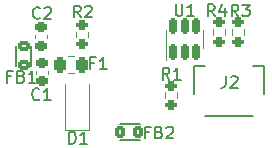
<source format=gbr>
%TF.GenerationSoftware,KiCad,Pcbnew,(6.0.2)*%
%TF.CreationDate,2022-03-19T16:05:13+01:00*%
%TF.ProjectId,daughterboard,64617567-6874-4657-9262-6f6172642e6b,1.0*%
%TF.SameCoordinates,Original*%
%TF.FileFunction,Legend,Top*%
%TF.FilePolarity,Positive*%
%FSLAX46Y46*%
G04 Gerber Fmt 4.6, Leading zero omitted, Abs format (unit mm)*
G04 Created by KiCad (PCBNEW (6.0.2)) date 2022-03-19 16:05:13*
%MOMM*%
%LPD*%
G01*
G04 APERTURE LIST*
G04 Aperture macros list*
%AMRoundRect*
0 Rectangle with rounded corners*
0 $1 Rounding radius*
0 $2 $3 $4 $5 $6 $7 $8 $9 X,Y pos of 4 corners*
0 Add a 4 corners polygon primitive as box body*
4,1,4,$2,$3,$4,$5,$6,$7,$8,$9,$2,$3,0*
0 Add four circle primitives for the rounded corners*
1,1,$1+$1,$2,$3*
1,1,$1+$1,$4,$5*
1,1,$1+$1,$6,$7*
1,1,$1+$1,$8,$9*
0 Add four rect primitives between the rounded corners*
20,1,$1+$1,$2,$3,$4,$5,0*
20,1,$1+$1,$4,$5,$6,$7,0*
20,1,$1+$1,$6,$7,$8,$9,0*
20,1,$1+$1,$8,$9,$2,$3,0*%
G04 Aperture macros list end*
%ADD10C,0.150000*%
%ADD11C,0.120000*%
%ADD12R,1.200000X1.800000*%
%ADD13R,0.600000X1.550000*%
%ADD14RoundRect,0.225000X0.250000X-0.225000X0.250000X0.225000X-0.250000X0.225000X-0.250000X-0.225000X0*%
%ADD15R,1.100000X1.100000*%
%ADD16RoundRect,0.170000X0.330000X-0.255000X0.330000X0.255000X-0.330000X0.255000X-0.330000X-0.255000X0*%
%ADD17RoundRect,0.150000X0.150000X-0.512500X0.150000X0.512500X-0.150000X0.512500X-0.150000X-0.512500X0*%
%ADD18RoundRect,0.170000X0.255000X0.330000X-0.255000X0.330000X-0.255000X-0.330000X0.255000X-0.330000X0*%
%ADD19RoundRect,0.200000X-0.275000X0.200000X-0.275000X-0.200000X0.275000X-0.200000X0.275000X0.200000X0*%
%ADD20RoundRect,0.243750X0.243750X0.456250X-0.243750X0.456250X-0.243750X-0.456250X0.243750X-0.456250X0*%
%ADD21C,4.400000*%
%ADD22RoundRect,0.225000X-0.250000X0.225000X-0.250000X-0.225000X0.250000X-0.225000X0.250000X0.225000X0*%
%ADD23RoundRect,0.200000X0.275000X-0.200000X0.275000X0.200000X-0.275000X0.200000X-0.275000X-0.200000X0*%
%ADD24C,0.520000*%
%ADD25O,1.100000X2.200000*%
G04 APERTURE END LIST*
D10*
%TO.C,J2*%
X110974666Y-57561380D02*
X110974666Y-58275666D01*
X110927047Y-58418523D01*
X110831809Y-58513761D01*
X110688952Y-58561380D01*
X110593714Y-58561380D01*
X111403238Y-57656619D02*
X111450857Y-57609000D01*
X111546095Y-57561380D01*
X111784190Y-57561380D01*
X111879428Y-57609000D01*
X111927047Y-57656619D01*
X111974666Y-57751857D01*
X111974666Y-57847095D01*
X111927047Y-57989952D01*
X111355619Y-58561380D01*
X111974666Y-58561380D01*
%TO.C,C2*%
X95235333Y-52623142D02*
X95187714Y-52670761D01*
X95044857Y-52718380D01*
X94949619Y-52718380D01*
X94806761Y-52670761D01*
X94711523Y-52575523D01*
X94663904Y-52480285D01*
X94616285Y-52289809D01*
X94616285Y-52146952D01*
X94663904Y-51956476D01*
X94711523Y-51861238D01*
X94806761Y-51766000D01*
X94949619Y-51718380D01*
X95044857Y-51718380D01*
X95187714Y-51766000D01*
X95235333Y-51813619D01*
X95616285Y-51813619D02*
X95663904Y-51766000D01*
X95759142Y-51718380D01*
X95997238Y-51718380D01*
X96092476Y-51766000D01*
X96140095Y-51813619D01*
X96187714Y-51908857D01*
X96187714Y-52004095D01*
X96140095Y-52146952D01*
X95568666Y-52718380D01*
X96187714Y-52718380D01*
%TO.C,D1*%
X97704904Y-63284380D02*
X97704904Y-62284380D01*
X97943000Y-62284380D01*
X98085857Y-62332000D01*
X98181095Y-62427238D01*
X98228714Y-62522476D01*
X98276333Y-62712952D01*
X98276333Y-62855809D01*
X98228714Y-63046285D01*
X98181095Y-63141523D01*
X98085857Y-63236761D01*
X97943000Y-63284380D01*
X97704904Y-63284380D01*
X99228714Y-63284380D02*
X98657285Y-63284380D01*
X98943000Y-63284380D02*
X98943000Y-62284380D01*
X98847761Y-62427238D01*
X98752523Y-62522476D01*
X98657285Y-62570095D01*
%TO.C,FB1*%
X92812666Y-57590571D02*
X92479333Y-57590571D01*
X92479333Y-58114380D02*
X92479333Y-57114380D01*
X92955523Y-57114380D01*
X93669809Y-57590571D02*
X93812666Y-57638190D01*
X93860285Y-57685809D01*
X93907904Y-57781047D01*
X93907904Y-57923904D01*
X93860285Y-58019142D01*
X93812666Y-58066761D01*
X93717428Y-58114380D01*
X93336476Y-58114380D01*
X93336476Y-57114380D01*
X93669809Y-57114380D01*
X93765047Y-57162000D01*
X93812666Y-57209619D01*
X93860285Y-57304857D01*
X93860285Y-57400095D01*
X93812666Y-57495333D01*
X93765047Y-57542952D01*
X93669809Y-57590571D01*
X93336476Y-57590571D01*
X94860285Y-58114380D02*
X94288857Y-58114380D01*
X94574571Y-58114380D02*
X94574571Y-57114380D01*
X94479333Y-57257238D01*
X94384095Y-57352476D01*
X94288857Y-57400095D01*
%TO.C,U1*%
X106725095Y-51452380D02*
X106725095Y-52261904D01*
X106772714Y-52357142D01*
X106820333Y-52404761D01*
X106915571Y-52452380D01*
X107106047Y-52452380D01*
X107201285Y-52404761D01*
X107248904Y-52357142D01*
X107296523Y-52261904D01*
X107296523Y-51452380D01*
X108296523Y-52452380D02*
X107725095Y-52452380D01*
X108010809Y-52452380D02*
X108010809Y-51452380D01*
X107915571Y-51595238D01*
X107820333Y-51690476D01*
X107725095Y-51738095D01*
%TO.C,FB2*%
X104473666Y-62319571D02*
X104140333Y-62319571D01*
X104140333Y-62843380D02*
X104140333Y-61843380D01*
X104616523Y-61843380D01*
X105330809Y-62319571D02*
X105473666Y-62367190D01*
X105521285Y-62414809D01*
X105568904Y-62510047D01*
X105568904Y-62652904D01*
X105521285Y-62748142D01*
X105473666Y-62795761D01*
X105378428Y-62843380D01*
X104997476Y-62843380D01*
X104997476Y-61843380D01*
X105330809Y-61843380D01*
X105426047Y-61891000D01*
X105473666Y-61938619D01*
X105521285Y-62033857D01*
X105521285Y-62129095D01*
X105473666Y-62224333D01*
X105426047Y-62271952D01*
X105330809Y-62319571D01*
X104997476Y-62319571D01*
X105949857Y-61938619D02*
X105997476Y-61891000D01*
X106092714Y-61843380D01*
X106330809Y-61843380D01*
X106426047Y-61891000D01*
X106473666Y-61938619D01*
X106521285Y-62033857D01*
X106521285Y-62129095D01*
X106473666Y-62271952D01*
X105902238Y-62843380D01*
X106521285Y-62843380D01*
%TO.C,R1*%
X106205333Y-57866380D02*
X105872000Y-57390190D01*
X105633904Y-57866380D02*
X105633904Y-56866380D01*
X106014857Y-56866380D01*
X106110095Y-56914000D01*
X106157714Y-56961619D01*
X106205333Y-57056857D01*
X106205333Y-57199714D01*
X106157714Y-57294952D01*
X106110095Y-57342571D01*
X106014857Y-57390190D01*
X105633904Y-57390190D01*
X107157714Y-57866380D02*
X106586285Y-57866380D01*
X106872000Y-57866380D02*
X106872000Y-56866380D01*
X106776761Y-57009238D01*
X106681523Y-57104476D01*
X106586285Y-57152095D01*
%TO.C,F1*%
X99850666Y-56459571D02*
X99517333Y-56459571D01*
X99517333Y-56983380D02*
X99517333Y-55983380D01*
X99993523Y-55983380D01*
X100898285Y-56983380D02*
X100326857Y-56983380D01*
X100612571Y-56983380D02*
X100612571Y-55983380D01*
X100517333Y-56126238D01*
X100422095Y-56221476D01*
X100326857Y-56269095D01*
%TO.C,R3*%
X112033333Y-52512380D02*
X111700000Y-52036190D01*
X111461904Y-52512380D02*
X111461904Y-51512380D01*
X111842857Y-51512380D01*
X111938095Y-51560000D01*
X111985714Y-51607619D01*
X112033333Y-51702857D01*
X112033333Y-51845714D01*
X111985714Y-51940952D01*
X111938095Y-51988571D01*
X111842857Y-52036190D01*
X111461904Y-52036190D01*
X112366666Y-51512380D02*
X112985714Y-51512380D01*
X112652380Y-51893333D01*
X112795238Y-51893333D01*
X112890476Y-51940952D01*
X112938095Y-51988571D01*
X112985714Y-52083809D01*
X112985714Y-52321904D01*
X112938095Y-52417142D01*
X112890476Y-52464761D01*
X112795238Y-52512380D01*
X112509523Y-52512380D01*
X112414285Y-52464761D01*
X112366666Y-52417142D01*
%TO.C,R4*%
X110033333Y-52504380D02*
X109700000Y-52028190D01*
X109461904Y-52504380D02*
X109461904Y-51504380D01*
X109842857Y-51504380D01*
X109938095Y-51552000D01*
X109985714Y-51599619D01*
X110033333Y-51694857D01*
X110033333Y-51837714D01*
X109985714Y-51932952D01*
X109938095Y-51980571D01*
X109842857Y-52028190D01*
X109461904Y-52028190D01*
X110890476Y-51837714D02*
X110890476Y-52504380D01*
X110652380Y-51456761D02*
X110414285Y-52171047D01*
X111033333Y-52171047D01*
%TO.C,C1*%
X95192333Y-59515142D02*
X95144714Y-59562761D01*
X95001857Y-59610380D01*
X94906619Y-59610380D01*
X94763761Y-59562761D01*
X94668523Y-59467523D01*
X94620904Y-59372285D01*
X94573285Y-59181809D01*
X94573285Y-59038952D01*
X94620904Y-58848476D01*
X94668523Y-58753238D01*
X94763761Y-58658000D01*
X94906619Y-58610380D01*
X95001857Y-58610380D01*
X95144714Y-58658000D01*
X95192333Y-58705619D01*
X96144714Y-59610380D02*
X95573285Y-59610380D01*
X95859000Y-59610380D02*
X95859000Y-58610380D01*
X95763761Y-58753238D01*
X95668523Y-58848476D01*
X95573285Y-58896095D01*
%TO.C,R2*%
X98687333Y-52597380D02*
X98354000Y-52121190D01*
X98115904Y-52597380D02*
X98115904Y-51597380D01*
X98496857Y-51597380D01*
X98592095Y-51645000D01*
X98639714Y-51692619D01*
X98687333Y-51787857D01*
X98687333Y-51930714D01*
X98639714Y-52025952D01*
X98592095Y-52073571D01*
X98496857Y-52121190D01*
X98115904Y-52121190D01*
X99068285Y-51692619D02*
X99115904Y-51645000D01*
X99211142Y-51597380D01*
X99449238Y-51597380D01*
X99544476Y-51645000D01*
X99592095Y-51692619D01*
X99639714Y-51787857D01*
X99639714Y-51883095D01*
X99592095Y-52025952D01*
X99020666Y-52597380D01*
X99639714Y-52597380D01*
%TO.C,J2*%
X113239000Y-60910000D02*
X109239000Y-60910000D01*
X113239000Y-56710000D02*
X114239000Y-56710000D01*
X108239000Y-59110000D02*
X108239000Y-56710000D01*
X114239000Y-56710000D02*
X114239000Y-59110000D01*
X108239000Y-56710000D02*
X109239000Y-56710000D01*
D11*
%TO.C,C2*%
X94847000Y-54351580D02*
X94847000Y-54070420D01*
X95867000Y-54351580D02*
X95867000Y-54070420D01*
%TO.C,D1*%
X99354000Y-62102000D02*
X99354000Y-58252000D01*
X97354000Y-62102000D02*
X97354000Y-58252000D01*
X97354000Y-62102000D02*
X99354000Y-62102000D01*
D10*
%TO.C,FB1*%
X93219000Y-56703000D02*
X93219000Y-55003000D01*
X94519000Y-56703000D02*
X94519000Y-55003000D01*
D11*
%TO.C,U1*%
X105929000Y-54434000D02*
X105929000Y-56234000D01*
X105929000Y-54434000D02*
X105929000Y-53634000D01*
X109049000Y-54434000D02*
X109049000Y-55234000D01*
X109049000Y-54434000D02*
X109049000Y-53634000D01*
D10*
%TO.C,FB2*%
X103681000Y-62946000D02*
X101981000Y-62946000D01*
X103681000Y-61646000D02*
X101981000Y-61646000D01*
D11*
%TO.C,R1*%
X106872500Y-58957742D02*
X106872500Y-59432258D01*
X105827500Y-58957742D02*
X105827500Y-59432258D01*
%TO.C,F1*%
X98127578Y-57321000D02*
X97610422Y-57321000D01*
X98127578Y-55901000D02*
X97610422Y-55901000D01*
%TO.C,R3*%
X112524500Y-53592742D02*
X112524500Y-54067258D01*
X111479500Y-53592742D02*
X111479500Y-54067258D01*
%TO.C,R4*%
X109877500Y-53592742D02*
X109877500Y-54067258D01*
X110922500Y-53592742D02*
X110922500Y-54067258D01*
%TO.C,C1*%
X94897000Y-57098420D02*
X94897000Y-57379580D01*
X95917000Y-57098420D02*
X95917000Y-57379580D01*
%TO.C,R2*%
X98267500Y-54280258D02*
X98267500Y-53805742D01*
X99312500Y-54280258D02*
X99312500Y-53805742D01*
%TD*%
%LPC*%
%TO.C,G\u002A\u002A\u002A*%
G36*
X90833000Y-60925268D02*
G01*
X90695000Y-60990401D01*
X90664068Y-61004969D01*
X90635400Y-61018415D01*
X90609799Y-61030363D01*
X90588074Y-61040441D01*
X90571029Y-61048274D01*
X90559471Y-61053490D01*
X90554205Y-61055713D01*
X90554000Y-61055766D01*
X90553412Y-61051939D01*
X90552863Y-61040868D01*
X90552363Y-61023310D01*
X90551924Y-61000020D01*
X90551557Y-60971754D01*
X90551274Y-60939270D01*
X90551085Y-60903322D01*
X90551002Y-60864668D01*
X90551000Y-60856000D01*
X90551000Y-60656000D01*
X90835106Y-60656000D01*
X90833000Y-60925268D01*
G37*
G36*
X91826890Y-59360035D02*
G01*
X91836379Y-59324589D01*
X91851594Y-59293756D01*
X91871669Y-59267671D01*
X91895737Y-59246467D01*
X91922934Y-59230280D01*
X91952393Y-59219246D01*
X91983249Y-59213498D01*
X92014636Y-59213171D01*
X92045688Y-59218401D01*
X92075539Y-59229323D01*
X92103324Y-59246070D01*
X92128177Y-59268779D01*
X92149232Y-59297583D01*
X92155410Y-59308865D01*
X92168289Y-59342586D01*
X92173793Y-59377068D01*
X92172327Y-59411317D01*
X92164297Y-59444338D01*
X92150106Y-59475135D01*
X92130161Y-59502716D01*
X92104865Y-59526084D01*
X92074624Y-59544246D01*
X92056685Y-59551436D01*
X92033000Y-59559430D01*
X92029000Y-60071822D01*
X92006820Y-60094000D01*
X91337000Y-60096140D01*
X91335791Y-60264098D01*
X91334583Y-60432057D01*
X91597068Y-60431028D01*
X91859552Y-60430000D01*
X91866340Y-60409947D01*
X91881675Y-60376083D01*
X91902678Y-60346961D01*
X91928459Y-60323128D01*
X91958129Y-60305132D01*
X91990799Y-60293519D01*
X92025580Y-60288836D01*
X92059352Y-60291233D01*
X92095413Y-60301158D01*
X92127748Y-60317548D01*
X92155574Y-60339700D01*
X92178105Y-60366913D01*
X92194556Y-60398483D01*
X92200830Y-60417840D01*
X92206439Y-60454397D01*
X92204607Y-60489954D01*
X92195894Y-60523654D01*
X92180856Y-60554637D01*
X92160053Y-60582044D01*
X92134042Y-60605016D01*
X92103382Y-60622695D01*
X92068631Y-60634221D01*
X92058964Y-60636109D01*
X92023984Y-60638084D01*
X91989561Y-60632696D01*
X91956850Y-60620560D01*
X91927006Y-60602289D01*
X91901184Y-60578499D01*
X91880539Y-60549804D01*
X91874362Y-60537893D01*
X91862245Y-60511999D01*
X91599252Y-60512000D01*
X91336259Y-60512000D01*
X91333641Y-60581000D01*
X91332802Y-60607700D01*
X91332074Y-60639643D01*
X91331501Y-60674073D01*
X91331132Y-60708234D01*
X91331012Y-60736933D01*
X91331000Y-60823866D01*
X92006820Y-60826000D01*
X92017910Y-60837088D01*
X92029000Y-60848177D01*
X92031000Y-61110373D01*
X92033000Y-61372568D01*
X92056685Y-61380563D01*
X92089338Y-61395579D01*
X92117570Y-61416555D01*
X92140772Y-61442481D01*
X92158341Y-61472350D01*
X92169670Y-61505154D01*
X92174153Y-61539884D01*
X92171802Y-61572139D01*
X92162099Y-61607570D01*
X92146442Y-61638684D01*
X92125722Y-61665192D01*
X92100832Y-61686804D01*
X92072662Y-61703233D01*
X92042106Y-61714188D01*
X92010053Y-61719382D01*
X91977397Y-61718524D01*
X91945029Y-61711325D01*
X91913839Y-61697497D01*
X91884721Y-61676751D01*
X91875558Y-61668177D01*
X91852925Y-61640301D01*
X91837108Y-61609552D01*
X91827940Y-61576955D01*
X91825251Y-61543534D01*
X91825809Y-61538417D01*
X91891340Y-61538417D01*
X91893881Y-61565319D01*
X91902708Y-61590122D01*
X91917067Y-61611780D01*
X91936202Y-61629247D01*
X91959358Y-61641476D01*
X91985779Y-61647420D01*
X91995000Y-61647824D01*
X92017384Y-61645328D01*
X92035000Y-61639685D01*
X92058841Y-61625013D01*
X92077633Y-61605549D01*
X92090838Y-61582603D01*
X92097917Y-61557486D01*
X92098334Y-61531506D01*
X92091551Y-61505974D01*
X92090685Y-61504000D01*
X92075396Y-61479212D01*
X92055096Y-61460056D01*
X92030931Y-61447057D01*
X92004049Y-61440739D01*
X91975596Y-61441628D01*
X91961464Y-61444843D01*
X91946798Y-61452000D01*
X91930785Y-61464237D01*
X91915552Y-61479428D01*
X91903226Y-61495447D01*
X91895932Y-61510166D01*
X91895843Y-61510464D01*
X91891340Y-61538417D01*
X91825809Y-61538417D01*
X91828871Y-61510314D01*
X91838632Y-61478319D01*
X91854363Y-61448574D01*
X91875896Y-61422104D01*
X91903061Y-61399932D01*
X91921637Y-61389294D01*
X91951000Y-61374783D01*
X91951000Y-60904000D01*
X91332245Y-60904000D01*
X91329780Y-60961000D01*
X91325500Y-61015304D01*
X91317448Y-61063586D01*
X91305322Y-61107032D01*
X91288817Y-61146829D01*
X91276458Y-61169841D01*
X91260636Y-61193155D01*
X91239959Y-61218248D01*
X91216513Y-61242925D01*
X91192388Y-61264991D01*
X91169670Y-61282249D01*
X91169396Y-61282430D01*
X91161977Y-61287058D01*
X91148271Y-61295333D01*
X91128908Y-61306883D01*
X91104519Y-61321336D01*
X91075734Y-61338320D01*
X91043184Y-61357464D01*
X91007500Y-61378395D01*
X90969311Y-61400744D01*
X90929249Y-61424137D01*
X90905396Y-61438041D01*
X90665000Y-61578082D01*
X90662954Y-62248000D01*
X90893102Y-62248000D01*
X90941894Y-62247988D01*
X90983298Y-62247940D01*
X91017923Y-62247838D01*
X91046381Y-62247663D01*
X91069283Y-62247397D01*
X91087240Y-62247021D01*
X91100863Y-62246518D01*
X91110763Y-62245868D01*
X91117552Y-62245053D01*
X91121839Y-62244056D01*
X91124235Y-62242856D01*
X91125353Y-62241437D01*
X91125520Y-62241000D01*
X91134399Y-62219387D01*
X91146781Y-62196733D01*
X91160757Y-62176250D01*
X91171190Y-62164190D01*
X91199170Y-62141391D01*
X91229812Y-62125501D01*
X91262157Y-62116297D01*
X91295241Y-62113557D01*
X91328105Y-62117056D01*
X91359785Y-62126573D01*
X91389322Y-62141884D01*
X91415753Y-62162767D01*
X91438118Y-62188999D01*
X91455454Y-62220356D01*
X91459651Y-62231067D01*
X91465838Y-62256911D01*
X91468048Y-62286319D01*
X91466282Y-62315917D01*
X91460540Y-62342326D01*
X91459651Y-62344932D01*
X91443999Y-62377802D01*
X91422688Y-62406003D01*
X91396706Y-62429066D01*
X91367042Y-62446524D01*
X91334682Y-62457909D01*
X91300617Y-62462754D01*
X91265833Y-62460589D01*
X91233748Y-62451892D01*
X91200252Y-62435039D01*
X91171671Y-62412016D01*
X91148540Y-62383349D01*
X91132629Y-62352676D01*
X91123413Y-62330000D01*
X90607177Y-62326000D01*
X90596088Y-62314910D01*
X90585000Y-62303820D01*
X90584957Y-62296566D01*
X91189156Y-62296566D01*
X91193745Y-62322207D01*
X91204332Y-62345560D01*
X91220276Y-62365590D01*
X91240937Y-62381260D01*
X91265676Y-62391537D01*
X91293853Y-62395385D01*
X91295000Y-62395391D01*
X91310158Y-62394512D01*
X91324164Y-62392275D01*
X91329736Y-62390695D01*
X91355246Y-62377309D01*
X91375910Y-62358331D01*
X91390893Y-62334945D01*
X91399355Y-62308335D01*
X91400963Y-62290000D01*
X91397265Y-62261693D01*
X91386784Y-62236464D01*
X91370440Y-62215228D01*
X91349150Y-62198897D01*
X91323834Y-62188386D01*
X91295410Y-62184609D01*
X91295000Y-62184608D01*
X91265963Y-62188262D01*
X91240300Y-62198902D01*
X91218795Y-62216049D01*
X91202232Y-62239220D01*
X91200529Y-62242557D01*
X91191204Y-62269671D01*
X91189156Y-62296566D01*
X90584957Y-62296566D01*
X90583000Y-61964438D01*
X90581000Y-61625055D01*
X90547000Y-61645546D01*
X90509963Y-61664811D01*
X90469371Y-61680549D01*
X90426753Y-61692503D01*
X90383636Y-61700417D01*
X90341550Y-61704034D01*
X90302022Y-61703100D01*
X90266581Y-61697356D01*
X90256000Y-61694348D01*
X90247000Y-61691460D01*
X90247000Y-61925855D01*
X90247011Y-61975129D01*
X90247058Y-62017008D01*
X90247157Y-62052098D01*
X90247328Y-62081003D01*
X90247587Y-62104331D01*
X90247953Y-62122685D01*
X90248443Y-62136671D01*
X90249076Y-62146894D01*
X90249869Y-62153961D01*
X90250840Y-62158476D01*
X90252008Y-62161044D01*
X90253390Y-62162271D01*
X90254000Y-62162520D01*
X90289395Y-62177874D01*
X90319950Y-62199089D01*
X90345070Y-62225475D01*
X90364160Y-62256340D01*
X90376625Y-62290995D01*
X90380082Y-62308786D01*
X90381331Y-62344194D01*
X90375271Y-62378332D01*
X90362585Y-62410284D01*
X90343955Y-62439134D01*
X90320064Y-62463966D01*
X90291596Y-62483865D01*
X90259233Y-62497916D01*
X90234655Y-62503776D01*
X90219150Y-62506166D01*
X90208232Y-62507205D01*
X90198603Y-62506898D01*
X90186968Y-62505251D01*
X90179000Y-62503861D01*
X90143783Y-62493877D01*
X90112240Y-62477594D01*
X90085009Y-62455890D01*
X90062730Y-62429641D01*
X90046040Y-62399721D01*
X90035579Y-62367008D01*
X90031985Y-62332377D01*
X90032814Y-62322417D01*
X90107340Y-62322417D01*
X90109881Y-62349319D01*
X90118708Y-62374122D01*
X90133067Y-62395780D01*
X90152202Y-62413247D01*
X90175358Y-62425476D01*
X90201779Y-62431420D01*
X90211000Y-62431824D01*
X90233384Y-62429328D01*
X90251000Y-62423685D01*
X90274841Y-62409013D01*
X90293633Y-62389549D01*
X90306838Y-62366603D01*
X90313917Y-62341486D01*
X90314334Y-62315506D01*
X90307551Y-62289974D01*
X90306685Y-62288000D01*
X90291396Y-62263212D01*
X90271096Y-62244056D01*
X90246931Y-62231057D01*
X90220049Y-62224739D01*
X90191596Y-62225628D01*
X90177464Y-62228843D01*
X90162798Y-62236000D01*
X90146785Y-62248237D01*
X90131552Y-62263428D01*
X90119226Y-62279447D01*
X90111932Y-62294166D01*
X90111843Y-62294464D01*
X90107340Y-62322417D01*
X90032814Y-62322417D01*
X90034237Y-62305328D01*
X90044088Y-62269394D01*
X90060814Y-62236944D01*
X90083783Y-62208693D01*
X90112361Y-62185362D01*
X90145918Y-62167667D01*
X90160000Y-62162520D01*
X90161485Y-62161649D01*
X90162744Y-62159669D01*
X90163797Y-62155968D01*
X90164661Y-62149934D01*
X90165355Y-62140957D01*
X90165897Y-62128424D01*
X90166306Y-62111724D01*
X90166600Y-62090245D01*
X90166798Y-62063377D01*
X90166918Y-62030507D01*
X90166979Y-61991024D01*
X90166999Y-61944316D01*
X90167000Y-61930493D01*
X90167000Y-61700735D01*
X90146910Y-61707159D01*
X90126716Y-61710761D01*
X90100793Y-61710937D01*
X90070523Y-61707931D01*
X90037288Y-61701983D01*
X90002469Y-61693337D01*
X89967448Y-61682233D01*
X89937000Y-61670383D01*
X89917944Y-61661853D01*
X89899277Y-61652851D01*
X89883705Y-61644713D01*
X89877000Y-61640815D01*
X89857000Y-61628360D01*
X89853000Y-62303820D01*
X89830822Y-62326000D01*
X89568633Y-62328000D01*
X89306445Y-62330000D01*
X89299658Y-62350052D01*
X89284342Y-62383872D01*
X89263358Y-62412974D01*
X89237601Y-62436807D01*
X89207965Y-62454819D01*
X89175346Y-62466460D01*
X89140637Y-62471179D01*
X89106860Y-62468802D01*
X89071341Y-62459088D01*
X89040161Y-62443430D01*
X89013607Y-62422717D01*
X88991968Y-62397837D01*
X88975531Y-62369679D01*
X88964585Y-62339132D01*
X88959417Y-62307085D01*
X88959707Y-62296566D01*
X89029156Y-62296566D01*
X89033745Y-62322207D01*
X89044332Y-62345560D01*
X89060276Y-62365590D01*
X89080937Y-62381260D01*
X89105676Y-62391537D01*
X89133853Y-62395385D01*
X89135000Y-62395391D01*
X89150158Y-62394512D01*
X89164164Y-62392275D01*
X89169736Y-62390695D01*
X89195437Y-62377323D01*
X89215850Y-62358776D01*
X89230499Y-62336227D01*
X89238913Y-62310850D01*
X89240617Y-62283819D01*
X89235139Y-62256306D01*
X89229470Y-62242557D01*
X89213589Y-62218658D01*
X89192666Y-62200722D01*
X89167486Y-62189232D01*
X89138833Y-62184668D01*
X89135000Y-62184608D01*
X89105963Y-62188262D01*
X89080300Y-62198902D01*
X89058795Y-62216049D01*
X89042232Y-62239220D01*
X89040529Y-62242557D01*
X89031204Y-62269671D01*
X89029156Y-62296566D01*
X88959707Y-62296566D01*
X88960316Y-62274426D01*
X88967570Y-62242043D01*
X88981467Y-62210826D01*
X89002295Y-62181663D01*
X89010822Y-62172558D01*
X89038698Y-62149925D01*
X89069447Y-62134108D01*
X89102044Y-62124940D01*
X89135465Y-62122251D01*
X89168685Y-62125871D01*
X89200680Y-62135632D01*
X89230425Y-62151363D01*
X89256895Y-62172896D01*
X89279067Y-62200061D01*
X89289705Y-62218637D01*
X89304216Y-62248000D01*
X89779045Y-62248000D01*
X89778022Y-61915145D01*
X89777000Y-61582290D01*
X89532427Y-61446145D01*
X89490996Y-61423044D01*
X89451102Y-61400730D01*
X89413380Y-61379561D01*
X89378464Y-61359896D01*
X89346989Y-61342095D01*
X89319587Y-61326517D01*
X89296892Y-61313520D01*
X89279540Y-61303464D01*
X89268164Y-61296707D01*
X89264427Y-61294358D01*
X89243160Y-61278379D01*
X89219876Y-61257965D01*
X89196917Y-61235387D01*
X89176627Y-61212917D01*
X89164672Y-61197644D01*
X89139906Y-61156698D01*
X89120310Y-61110804D01*
X89106267Y-61061426D01*
X89098162Y-61010028D01*
X89096380Y-60958074D01*
X89097250Y-60941000D01*
X89099951Y-60904000D01*
X88471000Y-60904000D01*
X88471000Y-61374783D01*
X88500362Y-61389294D01*
X88531202Y-61408724D01*
X88556513Y-61433249D01*
X88575964Y-61461883D01*
X88589228Y-61493644D01*
X88595975Y-61527545D01*
X88595875Y-61562604D01*
X88588599Y-61597834D01*
X88578557Y-61623118D01*
X88559915Y-61653091D01*
X88536308Y-61677671D01*
X88508774Y-61696714D01*
X88478351Y-61710076D01*
X88446078Y-61717614D01*
X88412992Y-61719185D01*
X88380132Y-61714645D01*
X88348535Y-61703851D01*
X88319241Y-61686659D01*
X88293288Y-61662926D01*
X88292973Y-61662569D01*
X88271271Y-61632396D01*
X88256741Y-61600161D01*
X88249134Y-61566792D01*
X88248456Y-61542403D01*
X88323304Y-61542403D01*
X88326533Y-61570081D01*
X88336396Y-61595171D01*
X88351876Y-61616706D01*
X88371955Y-61633723D01*
X88395617Y-61645255D01*
X88421845Y-61650337D01*
X88436757Y-61650056D01*
X88451904Y-61647093D01*
X88469009Y-61641553D01*
X88478199Y-61637588D01*
X88500986Y-61622187D01*
X88518368Y-61601435D01*
X88529694Y-61576414D01*
X88534316Y-61548207D01*
X88534391Y-61544000D01*
X88530737Y-61514963D01*
X88520097Y-61489300D01*
X88502950Y-61467795D01*
X88479779Y-61451232D01*
X88476442Y-61449529D01*
X88449414Y-61440255D01*
X88422536Y-61438240D01*
X88396860Y-61442846D01*
X88373437Y-61453435D01*
X88353319Y-61469371D01*
X88337555Y-61490015D01*
X88327198Y-61514731D01*
X88323304Y-61542403D01*
X88248456Y-61542403D01*
X88248201Y-61533217D01*
X88253694Y-61500363D01*
X88265363Y-61469159D01*
X88282960Y-61440530D01*
X88306237Y-61415406D01*
X88334943Y-61394714D01*
X88368831Y-61379381D01*
X88368947Y-61379341D01*
X88389000Y-61372554D01*
X88391000Y-61110366D01*
X88393000Y-60848177D01*
X88404089Y-60837088D01*
X88415179Y-60826000D01*
X89098999Y-60823868D01*
X89098999Y-60667934D01*
X89099000Y-60512000D01*
X88560216Y-60512000D01*
X88545705Y-60541362D01*
X88526275Y-60572202D01*
X88501750Y-60597513D01*
X88473116Y-60616964D01*
X88441355Y-60630228D01*
X88407454Y-60636975D01*
X88372395Y-60636875D01*
X88337165Y-60629599D01*
X88311881Y-60619557D01*
X88281908Y-60600915D01*
X88257328Y-60577308D01*
X88238285Y-60549774D01*
X88224923Y-60519351D01*
X88217385Y-60487078D01*
X88216886Y-60476566D01*
X88285156Y-60476566D01*
X88289745Y-60502207D01*
X88300332Y-60525560D01*
X88316276Y-60545590D01*
X88336937Y-60561260D01*
X88361676Y-60571537D01*
X88389853Y-60575385D01*
X88391000Y-60575391D01*
X88406158Y-60574512D01*
X88420164Y-60572275D01*
X88425736Y-60570695D01*
X88451437Y-60557323D01*
X88471850Y-60538776D01*
X88486499Y-60516227D01*
X88491814Y-60500196D01*
X89339137Y-60500196D01*
X89339138Y-60546000D01*
X89339140Y-60614493D01*
X89339160Y-60675476D01*
X89339220Y-60729436D01*
X89339341Y-60776862D01*
X89339546Y-60818242D01*
X89339857Y-60854066D01*
X89340295Y-60884822D01*
X89340882Y-60910999D01*
X89341640Y-60933086D01*
X89342591Y-60951570D01*
X89343756Y-60966941D01*
X89345158Y-60979688D01*
X89346819Y-60990299D01*
X89348759Y-60999263D01*
X89351002Y-61007068D01*
X89353569Y-61014203D01*
X89356481Y-61021158D01*
X89359761Y-61028419D01*
X89360806Y-61030701D01*
X89365809Y-61040879D01*
X89371414Y-61050311D01*
X89378198Y-61059413D01*
X89386738Y-61068604D01*
X89397610Y-61078302D01*
X89411392Y-61088925D01*
X89428660Y-61100890D01*
X89449992Y-61114616D01*
X89475964Y-61130520D01*
X89507153Y-61149021D01*
X89544137Y-61170536D01*
X89587492Y-61195484D01*
X89591228Y-61197626D01*
X89626061Y-61217627D01*
X89659369Y-61236809D01*
X89690389Y-61254730D01*
X89718358Y-61270947D01*
X89742516Y-61285016D01*
X89762100Y-61296496D01*
X89776347Y-61304942D01*
X89784497Y-61309913D01*
X89785000Y-61310236D01*
X89792548Y-61314820D01*
X89805792Y-61322529D01*
X89823758Y-61332819D01*
X89845474Y-61345146D01*
X89869968Y-61358969D01*
X89896268Y-61373743D01*
X89923400Y-61388926D01*
X89950393Y-61403975D01*
X89976274Y-61418346D01*
X90000070Y-61431496D01*
X90020810Y-61442882D01*
X90037521Y-61451962D01*
X90049230Y-61458191D01*
X90054966Y-61461027D01*
X90055000Y-61461040D01*
X90067132Y-61463329D01*
X90083035Y-61463360D01*
X90098861Y-61461313D01*
X90108315Y-61458543D01*
X90124098Y-61448230D01*
X90137542Y-61432628D01*
X90146361Y-61414449D01*
X90146823Y-61412875D01*
X90147629Y-61405843D01*
X90148350Y-61390909D01*
X90148986Y-61368169D01*
X90149536Y-61337720D01*
X90149999Y-61299661D01*
X90150374Y-61254088D01*
X90150660Y-61201097D01*
X90150855Y-61140787D01*
X90150959Y-61073255D01*
X90150977Y-61031000D01*
X90151000Y-60664000D01*
X89879246Y-60664000D01*
X89877000Y-61007362D01*
X89867360Y-61017620D01*
X89853563Y-61027459D01*
X89836398Y-61030782D01*
X89815195Y-61027677D01*
X89807778Y-61025450D01*
X89798099Y-61021507D01*
X89782631Y-61014296D01*
X89762584Y-61004422D01*
X89739169Y-60992493D01*
X89713596Y-60979114D01*
X89690000Y-60966477D01*
X89595000Y-60915027D01*
X89595000Y-60542604D01*
X90283006Y-60542604D01*
X90283009Y-60641389D01*
X90283019Y-60732489D01*
X90283037Y-60816221D01*
X90283068Y-60892900D01*
X90283112Y-60962841D01*
X90283173Y-61026362D01*
X90283252Y-61083776D01*
X90283354Y-61135400D01*
X90283479Y-61181550D01*
X90283630Y-61222541D01*
X90283811Y-61258689D01*
X90284022Y-61290310D01*
X90284268Y-61317719D01*
X90284550Y-61341232D01*
X90284871Y-61361165D01*
X90285234Y-61377834D01*
X90285640Y-61391553D01*
X90286092Y-61402640D01*
X90286593Y-61411409D01*
X90287146Y-61418176D01*
X90287752Y-61423257D01*
X90288415Y-61426968D01*
X90289136Y-61429624D01*
X90289919Y-61431541D01*
X90290006Y-61431715D01*
X90302725Y-61448473D01*
X90320063Y-61459853D01*
X90340260Y-61465303D01*
X90361554Y-61464269D01*
X90377000Y-61458998D01*
X90381566Y-61456471D01*
X90392560Y-61450228D01*
X90409484Y-61440558D01*
X90431839Y-61427746D01*
X90459126Y-61412079D01*
X90490845Y-61393845D01*
X90526499Y-61373330D01*
X90565588Y-61350820D01*
X90607614Y-61326603D01*
X90652078Y-61300965D01*
X90698480Y-61274193D01*
X90704772Y-61270561D01*
X90763082Y-61236865D01*
X90814781Y-61206895D01*
X90860224Y-61180439D01*
X90899764Y-61157284D01*
X90933753Y-61137219D01*
X90962546Y-61120031D01*
X90986496Y-61105508D01*
X91005956Y-61093438D01*
X91021280Y-61083608D01*
X91032821Y-61075806D01*
X91040932Y-61069820D01*
X91045396Y-61066000D01*
X91051284Y-61060447D01*
X91056457Y-61055451D01*
X91060967Y-61050485D01*
X91064866Y-61045018D01*
X91068204Y-61038522D01*
X91071035Y-61030469D01*
X91073409Y-61020330D01*
X91075379Y-61007576D01*
X91076997Y-60991679D01*
X91078313Y-60972109D01*
X91079381Y-60948338D01*
X91080251Y-60919837D01*
X91080975Y-60886079D01*
X91081606Y-60846533D01*
X91082195Y-60800671D01*
X91082793Y-60747964D01*
X91083453Y-60687885D01*
X91083585Y-60676000D01*
X91084160Y-60621332D01*
X91084677Y-60565817D01*
X91085131Y-60510440D01*
X91085372Y-60476566D01*
X91925156Y-60476566D01*
X91929745Y-60502207D01*
X91940332Y-60525560D01*
X91956276Y-60545590D01*
X91976937Y-60561260D01*
X92001676Y-60571537D01*
X92029853Y-60575385D01*
X92031000Y-60575391D01*
X92046158Y-60574512D01*
X92060164Y-60572275D01*
X92065736Y-60570695D01*
X92091246Y-60557309D01*
X92111910Y-60538331D01*
X92126893Y-60514945D01*
X92135355Y-60488335D01*
X92136963Y-60470000D01*
X92133265Y-60441693D01*
X92122784Y-60416464D01*
X92106440Y-60395228D01*
X92085150Y-60378897D01*
X92059834Y-60368386D01*
X92031410Y-60364609D01*
X92031000Y-60364608D01*
X92001963Y-60368262D01*
X91976300Y-60378902D01*
X91954795Y-60396049D01*
X91938232Y-60419220D01*
X91936529Y-60422557D01*
X91927204Y-60449671D01*
X91925156Y-60476566D01*
X91085372Y-60476566D01*
X91085517Y-60456187D01*
X91085830Y-60404044D01*
X91086064Y-60354996D01*
X91086214Y-60310028D01*
X91086275Y-60270126D01*
X91086241Y-60236275D01*
X91086111Y-60210000D01*
X91085806Y-60172852D01*
X91085501Y-60142812D01*
X91085136Y-60118986D01*
X91084650Y-60100480D01*
X91083981Y-60086403D01*
X91083068Y-60075862D01*
X91081851Y-60067962D01*
X91080269Y-60061812D01*
X91078259Y-60056519D01*
X91075762Y-60051189D01*
X91075179Y-60050000D01*
X91071609Y-60042902D01*
X91067935Y-60036327D01*
X91063733Y-60030003D01*
X91058581Y-60023661D01*
X91052058Y-60017029D01*
X91043741Y-60009836D01*
X91033207Y-60001812D01*
X91020035Y-59992686D01*
X91003803Y-59982188D01*
X90984087Y-59970046D01*
X90960467Y-59955990D01*
X90932519Y-59939749D01*
X90899822Y-59921053D01*
X90861953Y-59899630D01*
X90818490Y-59875211D01*
X90769011Y-59847523D01*
X90713093Y-59816297D01*
X90694674Y-59806018D01*
X90639273Y-59775105D01*
X90590412Y-59747863D01*
X90547647Y-59724060D01*
X90510537Y-59703464D01*
X90478637Y-59685843D01*
X90451503Y-59670965D01*
X90428694Y-59658599D01*
X90409765Y-59648511D01*
X90394274Y-59640471D01*
X90381776Y-59634246D01*
X90371830Y-59629605D01*
X90363990Y-59626315D01*
X90357815Y-59624145D01*
X90352861Y-59622862D01*
X90348684Y-59622236D01*
X90344842Y-59622033D01*
X90343000Y-59622018D01*
X90320910Y-59625094D01*
X90303708Y-59634453D01*
X90291161Y-59650234D01*
X90289493Y-59653525D01*
X90288758Y-59655546D01*
X90288080Y-59658597D01*
X90287457Y-59662990D01*
X90286887Y-59669038D01*
X90286367Y-59677055D01*
X90285895Y-59687353D01*
X90285468Y-59700246D01*
X90285085Y-59716045D01*
X90284744Y-59735065D01*
X90284441Y-59757617D01*
X90284175Y-59784016D01*
X90283943Y-59814574D01*
X90283743Y-59849603D01*
X90283573Y-59889418D01*
X90283431Y-59934330D01*
X90283314Y-59984653D01*
X90283219Y-60040700D01*
X90283145Y-60102784D01*
X90283090Y-60171217D01*
X90283050Y-60246313D01*
X90283025Y-60328384D01*
X90283011Y-60417743D01*
X90283006Y-60514705D01*
X90283006Y-60542604D01*
X89595000Y-60542604D01*
X89595000Y-60172815D01*
X89686610Y-60122386D01*
X89712273Y-60108324D01*
X89736537Y-60095147D01*
X89758242Y-60083477D01*
X89776226Y-60073936D01*
X89789328Y-60067145D01*
X89795610Y-60064066D01*
X89811545Y-60058961D01*
X89829414Y-60056437D01*
X89846170Y-60056681D01*
X89858769Y-60059884D01*
X89859221Y-60060118D01*
X89863872Y-60062859D01*
X89867730Y-60066136D01*
X89870871Y-60070672D01*
X89873366Y-60077189D01*
X89875292Y-60086412D01*
X89876721Y-60099063D01*
X89877726Y-60115864D01*
X89878383Y-60137540D01*
X89878765Y-60164813D01*
X89878945Y-60198407D01*
X89878998Y-60239043D01*
X89879000Y-60253801D01*
X89879000Y-60420000D01*
X90151000Y-60420000D01*
X90150977Y-60055000D01*
X90150931Y-59983196D01*
X90150800Y-59919253D01*
X90150584Y-59863034D01*
X90150280Y-59814398D01*
X90149887Y-59773207D01*
X90149404Y-59739324D01*
X90148828Y-59712609D01*
X90148158Y-59692924D01*
X90147393Y-59680131D01*
X90146606Y-59674335D01*
X90137161Y-59653075D01*
X90122633Y-59636441D01*
X90104359Y-59625394D01*
X90083681Y-59620893D01*
X90072801Y-59621406D01*
X90064804Y-59623991D01*
X90050740Y-59630161D01*
X90031449Y-59639464D01*
X90007771Y-59651451D01*
X89980548Y-59665671D01*
X89950619Y-59681673D01*
X89918825Y-59699006D01*
X89886006Y-59717220D01*
X89853002Y-59735864D01*
X89820655Y-59754487D01*
X89789804Y-59772638D01*
X89781000Y-59777904D01*
X89767159Y-59786120D01*
X89747382Y-59797722D01*
X89722677Y-59812125D01*
X89694054Y-59828744D01*
X89662520Y-59846993D01*
X89629085Y-59866287D01*
X89594758Y-59886042D01*
X89577000Y-59896239D01*
X89535651Y-59920037D01*
X89500664Y-59940405D01*
X89471412Y-59957807D01*
X89447269Y-59972708D01*
X89427609Y-59985573D01*
X89411805Y-59996867D01*
X89399231Y-60007054D01*
X89389261Y-60016599D01*
X89381268Y-60025967D01*
X89374627Y-60035623D01*
X89368711Y-60046030D01*
X89364819Y-60053701D01*
X89360812Y-60061821D01*
X89357245Y-60069291D01*
X89354092Y-60076601D01*
X89351327Y-60084240D01*
X89348926Y-60092699D01*
X89346863Y-60102468D01*
X89345112Y-60114036D01*
X89343647Y-60127894D01*
X89342443Y-60144531D01*
X89341475Y-60164438D01*
X89340717Y-60188105D01*
X89340143Y-60216021D01*
X89339727Y-60248676D01*
X89339445Y-60286561D01*
X89339271Y-60330166D01*
X89339178Y-60379980D01*
X89339142Y-60436493D01*
X89339137Y-60500196D01*
X88491814Y-60500196D01*
X88494913Y-60490850D01*
X88496617Y-60463819D01*
X88491139Y-60436306D01*
X88485470Y-60422557D01*
X88469589Y-60398658D01*
X88448666Y-60380722D01*
X88423486Y-60369232D01*
X88394833Y-60364668D01*
X88391000Y-60364608D01*
X88361963Y-60368262D01*
X88336300Y-60378902D01*
X88314795Y-60396049D01*
X88298232Y-60419220D01*
X88296529Y-60422557D01*
X88287204Y-60449671D01*
X88285156Y-60476566D01*
X88216886Y-60476566D01*
X88215814Y-60453992D01*
X88220354Y-60421132D01*
X88231148Y-60389535D01*
X88248340Y-60360241D01*
X88272073Y-60334288D01*
X88272430Y-60333973D01*
X88302604Y-60312271D01*
X88334839Y-60297740D01*
X88368208Y-60290133D01*
X88401783Y-60289201D01*
X88434636Y-60294694D01*
X88465841Y-60306364D01*
X88494469Y-60323961D01*
X88519593Y-60347238D01*
X88540286Y-60375946D01*
X88555621Y-60409835D01*
X88555659Y-60409947D01*
X88562447Y-60430000D01*
X88830723Y-60431028D01*
X89099000Y-60432056D01*
X89098999Y-60264094D01*
X89098999Y-60096131D01*
X88757089Y-60095065D01*
X88415179Y-60094000D01*
X88404089Y-60082911D01*
X88393000Y-60071822D01*
X88391000Y-59815633D01*
X88389000Y-59559445D01*
X88368947Y-59552658D01*
X88335084Y-59537325D01*
X88305963Y-59516323D01*
X88282131Y-59490543D01*
X88264134Y-59460873D01*
X88252520Y-59428204D01*
X88247836Y-59393424D01*
X88247897Y-59392566D01*
X88321156Y-59392566D01*
X88325745Y-59418207D01*
X88336332Y-59441560D01*
X88352276Y-59461590D01*
X88372937Y-59477260D01*
X88397676Y-59487537D01*
X88425853Y-59491385D01*
X88427000Y-59491391D01*
X88442158Y-59490512D01*
X88456164Y-59488275D01*
X88461736Y-59486695D01*
X88487437Y-59473323D01*
X88507850Y-59454776D01*
X88522499Y-59432227D01*
X88530913Y-59406850D01*
X88532617Y-59379819D01*
X88527139Y-59352306D01*
X88521470Y-59338557D01*
X88505589Y-59314658D01*
X88484666Y-59296722D01*
X88459486Y-59285232D01*
X88430833Y-59280668D01*
X88427000Y-59280608D01*
X88397963Y-59284262D01*
X88372300Y-59294902D01*
X88350795Y-59312049D01*
X88334232Y-59335220D01*
X88332529Y-59338557D01*
X88323204Y-59365671D01*
X88321156Y-59392566D01*
X88247897Y-59392566D01*
X88250233Y-59359647D01*
X88260158Y-59323586D01*
X88276548Y-59291251D01*
X88298700Y-59263425D01*
X88325913Y-59240894D01*
X88357483Y-59224443D01*
X88376840Y-59218169D01*
X88413397Y-59212560D01*
X88448954Y-59214392D01*
X88482654Y-59223105D01*
X88513637Y-59238143D01*
X88541044Y-59258946D01*
X88564016Y-59284957D01*
X88581695Y-59315617D01*
X88593221Y-59350368D01*
X88595109Y-59360035D01*
X88597084Y-59395015D01*
X88591696Y-59429438D01*
X88579560Y-59462149D01*
X88561289Y-59491993D01*
X88537499Y-59517815D01*
X88508804Y-59538460D01*
X88496893Y-59544637D01*
X88471000Y-59556754D01*
X88470999Y-59788400D01*
X88470999Y-60020047D01*
X88791180Y-60019023D01*
X89111360Y-60018000D01*
X89122180Y-59986000D01*
X89140438Y-59942227D01*
X89164622Y-59901984D01*
X89195266Y-59864598D01*
X89232902Y-59829398D01*
X89267191Y-59803212D01*
X89274730Y-59798289D01*
X89288537Y-59789692D01*
X89307981Y-59777799D01*
X89332434Y-59762989D01*
X89361264Y-59745640D01*
X89393843Y-59726130D01*
X89429540Y-59704838D01*
X89467725Y-59682142D01*
X89507769Y-59658421D01*
X89532296Y-59643930D01*
X89773000Y-59501861D01*
X89774019Y-59114930D01*
X89775039Y-58728000D01*
X89311754Y-58728000D01*
X89299571Y-58754034D01*
X89280854Y-58785430D01*
X89257351Y-58811157D01*
X89230031Y-58831104D01*
X89199863Y-58845160D01*
X89167814Y-58853212D01*
X89134854Y-58855150D01*
X89101951Y-58850863D01*
X89070074Y-58840239D01*
X89040191Y-58823166D01*
X89013272Y-58799534D01*
X89003436Y-58788075D01*
X88988048Y-58765840D01*
X88977700Y-58743539D01*
X88971669Y-58718899D01*
X88969476Y-58692566D01*
X89037156Y-58692566D01*
X89041745Y-58718207D01*
X89052332Y-58741560D01*
X89068276Y-58761590D01*
X89088937Y-58777260D01*
X89113676Y-58787537D01*
X89141853Y-58791385D01*
X89143000Y-58791391D01*
X89158158Y-58790512D01*
X89172164Y-58788275D01*
X89177736Y-58786695D01*
X89203437Y-58773323D01*
X89223850Y-58754776D01*
X89238499Y-58732227D01*
X89246913Y-58706850D01*
X89248617Y-58679819D01*
X89243139Y-58652306D01*
X89237470Y-58638557D01*
X89221589Y-58614658D01*
X89200666Y-58596722D01*
X89175486Y-58585232D01*
X89146833Y-58580668D01*
X89143000Y-58580608D01*
X89113963Y-58584262D01*
X89088300Y-58594902D01*
X89066795Y-58612049D01*
X89050232Y-58635220D01*
X89048529Y-58638557D01*
X89039204Y-58665671D01*
X89037156Y-58692566D01*
X88969476Y-58692566D01*
X88969233Y-58689645D01*
X88969096Y-58680000D01*
X88969210Y-58660680D01*
X88969997Y-58646778D01*
X88971972Y-58635714D01*
X88975647Y-58624905D01*
X88981534Y-58611772D01*
X88983452Y-58607738D01*
X89003205Y-58574983D01*
X89028305Y-58548062D01*
X89058494Y-58527239D01*
X89065973Y-58523415D01*
X89080477Y-58516931D01*
X89093202Y-58512819D01*
X89107130Y-58510412D01*
X89125242Y-58509043D01*
X89131451Y-58508755D01*
X89161614Y-58508850D01*
X89186904Y-58512432D01*
X89209928Y-58520157D01*
X89233296Y-58532684D01*
X89237805Y-58535541D01*
X89264032Y-58556966D01*
X89286041Y-58583955D01*
X89302315Y-58614541D01*
X89305649Y-58623513D01*
X89314561Y-58650000D01*
X89569780Y-58652000D01*
X89624222Y-58652461D01*
X89671146Y-58652941D01*
X89711032Y-58653451D01*
X89744364Y-58654005D01*
X89771623Y-58654616D01*
X89793290Y-58655296D01*
X89809847Y-58656058D01*
X89821776Y-58656917D01*
X89829558Y-58657883D01*
X89833675Y-58658972D01*
X89833958Y-58659118D01*
X89837405Y-58661023D01*
X89840454Y-58662881D01*
X89843129Y-58665166D01*
X89845455Y-58668354D01*
X89847456Y-58672920D01*
X89849156Y-58679339D01*
X89850580Y-58688087D01*
X89851753Y-58699640D01*
X89852698Y-58714472D01*
X89853440Y-58733058D01*
X89854004Y-58755875D01*
X89854413Y-58783398D01*
X89854693Y-58816101D01*
X89854868Y-58854461D01*
X89854961Y-58898952D01*
X89854998Y-58950051D01*
X89855003Y-59008231D01*
X89855000Y-59069156D01*
X89855000Y-59450710D01*
X89898000Y-59429458D01*
X89946035Y-59408556D01*
X89993604Y-59393966D01*
X90043729Y-59384801D01*
X90054811Y-59383488D01*
X90082965Y-59381281D01*
X90108068Y-59381483D01*
X90132733Y-59384388D01*
X90159575Y-59390291D01*
X90188032Y-59398497D01*
X90222313Y-59409125D01*
X90247794Y-59398924D01*
X90288182Y-59386320D01*
X90329871Y-59380485D01*
X90373329Y-59381475D01*
X90419027Y-59389345D01*
X90467432Y-59404151D01*
X90519015Y-59425947D01*
X90532296Y-59432412D01*
X90549933Y-59441147D01*
X90564848Y-59448419D01*
X90575664Y-59453565D01*
X90581001Y-59455921D01*
X90581296Y-59456000D01*
X90581539Y-59452091D01*
X90581771Y-59440729D01*
X90581991Y-59422461D01*
X90582195Y-59397834D01*
X90582382Y-59367395D01*
X90582549Y-59331691D01*
X90582693Y-59291269D01*
X90582813Y-59246676D01*
X90582905Y-59198459D01*
X90582967Y-59147165D01*
X90582997Y-59093341D01*
X90583000Y-59072596D01*
X90583034Y-59000822D01*
X90583141Y-58936833D01*
X90583321Y-58880416D01*
X90583577Y-58831357D01*
X90583912Y-58789443D01*
X90584328Y-58754458D01*
X90584827Y-58726190D01*
X90585412Y-58704424D01*
X90586085Y-58688946D01*
X90586665Y-58681808D01*
X91187385Y-58681808D01*
X91189735Y-58707880D01*
X91198020Y-58731870D01*
X91211368Y-58752967D01*
X91228906Y-58770363D01*
X91249763Y-58783246D01*
X91273067Y-58790807D01*
X91297944Y-58792235D01*
X91323523Y-58786722D01*
X91331000Y-58783685D01*
X91354841Y-58769013D01*
X91373633Y-58749549D01*
X91386838Y-58726603D01*
X91393917Y-58701486D01*
X91394334Y-58675506D01*
X91387551Y-58649974D01*
X91386685Y-58648000D01*
X91371396Y-58623212D01*
X91351096Y-58604056D01*
X91326931Y-58591057D01*
X91300049Y-58584739D01*
X91271596Y-58585628D01*
X91257464Y-58588843D01*
X91242798Y-58596000D01*
X91226785Y-58608237D01*
X91211552Y-58623428D01*
X91199226Y-58639447D01*
X91191932Y-58654166D01*
X91191843Y-58654464D01*
X91187385Y-58681808D01*
X90586665Y-58681808D01*
X90586849Y-58679544D01*
X90587420Y-58676512D01*
X90593061Y-58666115D01*
X90600416Y-58658917D01*
X90600420Y-58658915D01*
X90604380Y-58657836D01*
X90612569Y-58656870D01*
X90625420Y-58656006D01*
X90643368Y-58655233D01*
X90666844Y-58654539D01*
X90696283Y-58653913D01*
X90732117Y-58653344D01*
X90774780Y-58652820D01*
X90824704Y-58652330D01*
X90864451Y-58652000D01*
X91119903Y-58650000D01*
X91127004Y-58627047D01*
X91141152Y-58593611D01*
X91161506Y-58565028D01*
X91188292Y-58541040D01*
X91218915Y-58522759D01*
X91230384Y-58517323D01*
X91239946Y-58513699D01*
X91249725Y-58511522D01*
X91261848Y-58510424D01*
X91278438Y-58510040D01*
X91292915Y-58510000D01*
X91313589Y-58510108D01*
X91328411Y-58510685D01*
X91339531Y-58512109D01*
X91349096Y-58514757D01*
X91359255Y-58519009D01*
X91368026Y-58523216D01*
X91399511Y-58542960D01*
X91425889Y-58568792D01*
X91446867Y-58600413D01*
X91450547Y-58607738D01*
X91457081Y-58621877D01*
X91461271Y-58633034D01*
X91463631Y-58643788D01*
X91464673Y-58656721D01*
X91464910Y-58674413D01*
X91464903Y-58680000D01*
X91463546Y-58709810D01*
X91459124Y-58734383D01*
X91450884Y-58756139D01*
X91438071Y-58777500D01*
X91431932Y-58785904D01*
X91407079Y-58812591D01*
X91378749Y-58832732D01*
X91347910Y-58846431D01*
X91315533Y-58853792D01*
X91282587Y-58854920D01*
X91250043Y-58849917D01*
X91218870Y-58838888D01*
X91190039Y-58821936D01*
X91164518Y-58799166D01*
X91143278Y-58770682D01*
X91134428Y-58754034D01*
X91122245Y-58728000D01*
X90658960Y-58728000D01*
X90661000Y-59505868D01*
X90897000Y-59642893D01*
X90937532Y-59666468D01*
X90976570Y-59689256D01*
X91013473Y-59710875D01*
X91047600Y-59730948D01*
X91078312Y-59749096D01*
X91104967Y-59764940D01*
X91126926Y-59778101D01*
X91143548Y-59788199D01*
X91154192Y-59794857D01*
X91157000Y-59796726D01*
X91201041Y-59832410D01*
X91239725Y-59873888D01*
X91272707Y-59920721D01*
X91299638Y-59972465D01*
X91305200Y-59985656D01*
X91318247Y-60018000D01*
X91634623Y-60019024D01*
X91951000Y-60020048D01*
X91951000Y-59556754D01*
X91925106Y-59544637D01*
X91894729Y-59526233D01*
X91869025Y-59502219D01*
X91848611Y-59473749D01*
X91834100Y-59441979D01*
X91826107Y-59408063D01*
X91825573Y-59386403D01*
X91887304Y-59386403D01*
X91890533Y-59414081D01*
X91900396Y-59439171D01*
X91915876Y-59460706D01*
X91935955Y-59477723D01*
X91959617Y-59489255D01*
X91985845Y-59494337D01*
X92000757Y-59494056D01*
X92015904Y-59491093D01*
X92033009Y-59485553D01*
X92042199Y-59481588D01*
X92064986Y-59466187D01*
X92082368Y-59445435D01*
X92093694Y-59420414D01*
X92098316Y-59392207D01*
X92098391Y-59388000D01*
X92094737Y-59358963D01*
X92084097Y-59333300D01*
X92066950Y-59311795D01*
X92043779Y-59295232D01*
X92040442Y-59293529D01*
X92013414Y-59284255D01*
X91986536Y-59282240D01*
X91960860Y-59286846D01*
X91937437Y-59297435D01*
X91917319Y-59313371D01*
X91901555Y-59334015D01*
X91891198Y-59358731D01*
X91887304Y-59386403D01*
X91825573Y-59386403D01*
X91825247Y-59373157D01*
X91826890Y-59360035D01*
G37*
G36*
X90558000Y-60037813D02*
G01*
X90563126Y-60040054D01*
X90574659Y-60045267D01*
X90591746Y-60053061D01*
X90613533Y-60063045D01*
X90639168Y-60074828D01*
X90667799Y-60088020D01*
X90698572Y-60102229D01*
X90700000Y-60102889D01*
X90835000Y-60165297D01*
X90835000Y-60432000D01*
X90551000Y-60432000D01*
X90551000Y-60233572D01*
X90551012Y-60188602D01*
X90551066Y-60150991D01*
X90551183Y-60120094D01*
X90551387Y-60095271D01*
X90551700Y-60075877D01*
X90552146Y-60061271D01*
X90552748Y-60050811D01*
X90553528Y-60043853D01*
X90554510Y-60039756D01*
X90555716Y-60037877D01*
X90557170Y-60037573D01*
X90558000Y-60037813D01*
G37*
G36*
X88456732Y-53645030D02*
G01*
X88524152Y-53662113D01*
X88585437Y-53691002D01*
X88639300Y-53730491D01*
X88684459Y-53779375D01*
X88719629Y-53836449D01*
X88743524Y-53900507D01*
X88747709Y-53918052D01*
X88749715Y-53934772D01*
X88751516Y-53964132D01*
X88753112Y-54004769D01*
X88754503Y-54055324D01*
X88755688Y-54114433D01*
X88756669Y-54180737D01*
X88757445Y-54252874D01*
X88758016Y-54329483D01*
X88758382Y-54409202D01*
X88758543Y-54490670D01*
X88758499Y-54572525D01*
X88758250Y-54653407D01*
X88757795Y-54731954D01*
X88757136Y-54806804D01*
X88756272Y-54876597D01*
X88755203Y-54939971D01*
X88753929Y-54995565D01*
X88752450Y-55042018D01*
X88750766Y-55077968D01*
X88748877Y-55102054D01*
X88747709Y-55109948D01*
X88726930Y-55175495D01*
X88694447Y-55234609D01*
X88651599Y-55285952D01*
X88599726Y-55328183D01*
X88540164Y-55359965D01*
X88478589Y-55379068D01*
X88433370Y-55386524D01*
X88393249Y-55387590D01*
X88350856Y-55382249D01*
X88333589Y-55378749D01*
X88269293Y-55357835D01*
X88211018Y-55325143D01*
X88160200Y-55282125D01*
X88118277Y-55230233D01*
X88086682Y-55170918D01*
X88067739Y-55109948D01*
X88065733Y-55093228D01*
X88063932Y-55063868D01*
X88062337Y-55023230D01*
X88060946Y-54972676D01*
X88059760Y-54913566D01*
X88058779Y-54847262D01*
X88058003Y-54775125D01*
X88057432Y-54698517D01*
X88057066Y-54618798D01*
X88056906Y-54537330D01*
X88056950Y-54455475D01*
X88057199Y-54374593D01*
X88057653Y-54296046D01*
X88058312Y-54221195D01*
X88059176Y-54151402D01*
X88060245Y-54088028D01*
X88061519Y-54032434D01*
X88062998Y-53985981D01*
X88064682Y-53950032D01*
X88066572Y-53925946D01*
X88067739Y-53918052D01*
X88088106Y-53853583D01*
X88119629Y-53795655D01*
X88160786Y-53745336D01*
X88210058Y-53703692D01*
X88265924Y-53671790D01*
X88326865Y-53650698D01*
X88391360Y-53641482D01*
X88456732Y-53645030D01*
G37*
G36*
X90239945Y-52600799D02*
G01*
X90300812Y-52622087D01*
X90356577Y-52654166D01*
X90405722Y-52695968D01*
X90446725Y-52746428D01*
X90478068Y-52804478D01*
X90497985Y-52867887D01*
X90499164Y-52880478D01*
X90500276Y-52906302D01*
X90501322Y-52944587D01*
X90502300Y-52994563D01*
X90503213Y-53055460D01*
X90504058Y-53126508D01*
X90504837Y-53206936D01*
X90505549Y-53295973D01*
X90506194Y-53392851D01*
X90506773Y-53496797D01*
X90507285Y-53607043D01*
X90507730Y-53722817D01*
X90508109Y-53843350D01*
X90508421Y-53967870D01*
X90508666Y-54095609D01*
X90508845Y-54225795D01*
X90508957Y-54357658D01*
X90509002Y-54490428D01*
X90508980Y-54623334D01*
X90508892Y-54755607D01*
X90508737Y-54886476D01*
X90508515Y-55015170D01*
X90508227Y-55140920D01*
X90507872Y-55262954D01*
X90507451Y-55380504D01*
X90506962Y-55492798D01*
X90506407Y-55599066D01*
X90505785Y-55698537D01*
X90505097Y-55790442D01*
X90504342Y-55874011D01*
X90503520Y-55948472D01*
X90502631Y-56013056D01*
X90501676Y-56066992D01*
X90500654Y-56109510D01*
X90499566Y-56139840D01*
X90498410Y-56157211D01*
X90497985Y-56160113D01*
X90477206Y-56225661D01*
X90444723Y-56284775D01*
X90401875Y-56336117D01*
X90350001Y-56378348D01*
X90290440Y-56410130D01*
X90228865Y-56429233D01*
X90183645Y-56436689D01*
X90143524Y-56437755D01*
X90101132Y-56432415D01*
X90083865Y-56428914D01*
X90019568Y-56408001D01*
X89961293Y-56375309D01*
X89910476Y-56332291D01*
X89868552Y-56280398D01*
X89836958Y-56221084D01*
X89818015Y-56160113D01*
X89816836Y-56147521D01*
X89815724Y-56121697D01*
X89814678Y-56083412D01*
X89813699Y-56033436D01*
X89812787Y-55972539D01*
X89811941Y-55901492D01*
X89811163Y-55821064D01*
X89810451Y-55732026D01*
X89809805Y-55635149D01*
X89809227Y-55531202D01*
X89808715Y-55420957D01*
X89808269Y-55305183D01*
X89807891Y-55184650D01*
X89807579Y-55060129D01*
X89807333Y-54932391D01*
X89807155Y-54802205D01*
X89807043Y-54670342D01*
X89806998Y-54537572D01*
X89807019Y-54404665D01*
X89807108Y-54272392D01*
X89807262Y-54141524D01*
X89807484Y-54012829D01*
X89807772Y-53887080D01*
X89808127Y-53765045D01*
X89808549Y-53647496D01*
X89809037Y-53535202D01*
X89809592Y-53428934D01*
X89810214Y-53329462D01*
X89810903Y-53237557D01*
X89811658Y-53153989D01*
X89812480Y-53079527D01*
X89813368Y-53014944D01*
X89814323Y-52961007D01*
X89815345Y-52918489D01*
X89816434Y-52888160D01*
X89817589Y-52870788D01*
X89818015Y-52867887D01*
X89838787Y-52802220D01*
X89871165Y-52743225D01*
X89913865Y-52692109D01*
X89965602Y-52650076D01*
X90025092Y-52618332D01*
X90091049Y-52598081D01*
X90108992Y-52594864D01*
X90175499Y-52591369D01*
X90239945Y-52600799D01*
G37*
G36*
X89364808Y-53125882D02*
G01*
X89425674Y-53147170D01*
X89481439Y-53179248D01*
X89530584Y-53221051D01*
X89571588Y-53271511D01*
X89602930Y-53329560D01*
X89622847Y-53392969D01*
X89624283Y-53406824D01*
X89625618Y-53433733D01*
X89626853Y-53472747D01*
X89627987Y-53522917D01*
X89629020Y-53583296D01*
X89629953Y-53652936D01*
X89630785Y-53730888D01*
X89631516Y-53816203D01*
X89632147Y-53907933D01*
X89632677Y-54005131D01*
X89633106Y-54106847D01*
X89633435Y-54212134D01*
X89633663Y-54320043D01*
X89633790Y-54429625D01*
X89633817Y-54539934D01*
X89633743Y-54650019D01*
X89633568Y-54758933D01*
X89633293Y-54865728D01*
X89632917Y-54969455D01*
X89632440Y-55069166D01*
X89631863Y-55163912D01*
X89631185Y-55252746D01*
X89630407Y-55334719D01*
X89629527Y-55408883D01*
X89628547Y-55474289D01*
X89627467Y-55529989D01*
X89626285Y-55575034D01*
X89625003Y-55608478D01*
X89623621Y-55629370D01*
X89622847Y-55635030D01*
X89602068Y-55700578D01*
X89569585Y-55759692D01*
X89526737Y-55811034D01*
X89474863Y-55853266D01*
X89415302Y-55885047D01*
X89353727Y-55904150D01*
X89308508Y-55911606D01*
X89268386Y-55912672D01*
X89225994Y-55907332D01*
X89208727Y-55903832D01*
X89144430Y-55882918D01*
X89086156Y-55850226D01*
X89035338Y-55807208D01*
X88993414Y-55755316D01*
X88961820Y-55696001D01*
X88942877Y-55635030D01*
X88941441Y-55621175D01*
X88940106Y-55594267D01*
X88938871Y-55555253D01*
X88937737Y-55505082D01*
X88936704Y-55444703D01*
X88935771Y-55375064D01*
X88934939Y-55297112D01*
X88934208Y-55211797D01*
X88933577Y-55120066D01*
X88933047Y-55022869D01*
X88932618Y-54921152D01*
X88932289Y-54815866D01*
X88932061Y-54707957D01*
X88931934Y-54598374D01*
X88931907Y-54488066D01*
X88931981Y-54377981D01*
X88932156Y-54269066D01*
X88932431Y-54162272D01*
X88932807Y-54058545D01*
X88933283Y-53958834D01*
X88933861Y-53864087D01*
X88934539Y-53775253D01*
X88935317Y-53693280D01*
X88936197Y-53619117D01*
X88937177Y-53553711D01*
X88938257Y-53498011D01*
X88939439Y-53452965D01*
X88940721Y-53419522D01*
X88942103Y-53398630D01*
X88942877Y-53392969D01*
X88963649Y-53327302D01*
X88996028Y-53268308D01*
X89038728Y-53217192D01*
X89090465Y-53175159D01*
X89149954Y-53143415D01*
X89215912Y-53123164D01*
X89233854Y-53119947D01*
X89300361Y-53116452D01*
X89364808Y-53125882D01*
G37*
G36*
X91115083Y-53125882D02*
G01*
X91175949Y-53147170D01*
X91231715Y-53179248D01*
X91280860Y-53221051D01*
X91321863Y-53271511D01*
X91353206Y-53329560D01*
X91373123Y-53392969D01*
X91374559Y-53406824D01*
X91375894Y-53433733D01*
X91377129Y-53472747D01*
X91378263Y-53522917D01*
X91379296Y-53583296D01*
X91380229Y-53652936D01*
X91381061Y-53730888D01*
X91381792Y-53816203D01*
X91382423Y-53907933D01*
X91382953Y-54005131D01*
X91383382Y-54106847D01*
X91383711Y-54212134D01*
X91383939Y-54320043D01*
X91384066Y-54429625D01*
X91384093Y-54539934D01*
X91384019Y-54650019D01*
X91383844Y-54758933D01*
X91383569Y-54865728D01*
X91383193Y-54969455D01*
X91382716Y-55069166D01*
X91382139Y-55163912D01*
X91381461Y-55252746D01*
X91380682Y-55334719D01*
X91379803Y-55408883D01*
X91378823Y-55474289D01*
X91377742Y-55529989D01*
X91376561Y-55575034D01*
X91375279Y-55608478D01*
X91373896Y-55629370D01*
X91373123Y-55635030D01*
X91352344Y-55700578D01*
X91319861Y-55759692D01*
X91277013Y-55811034D01*
X91225139Y-55853266D01*
X91165578Y-55885047D01*
X91104003Y-55904150D01*
X91058783Y-55911606D01*
X91018662Y-55912672D01*
X90976270Y-55907332D01*
X90959002Y-55903832D01*
X90894706Y-55882918D01*
X90836431Y-55850226D01*
X90785614Y-55807208D01*
X90743690Y-55755316D01*
X90712096Y-55696001D01*
X90693153Y-55635030D01*
X90691717Y-55621175D01*
X90690381Y-55594267D01*
X90689147Y-55555253D01*
X90688013Y-55505082D01*
X90686979Y-55444703D01*
X90686047Y-55375064D01*
X90685215Y-55297112D01*
X90684483Y-55211797D01*
X90683853Y-55120066D01*
X90683323Y-55022869D01*
X90682893Y-54921152D01*
X90682565Y-54815866D01*
X90682337Y-54707957D01*
X90682209Y-54598374D01*
X90682183Y-54488066D01*
X90682256Y-54377981D01*
X90682431Y-54269066D01*
X90682706Y-54162272D01*
X90683082Y-54058545D01*
X90683559Y-53958834D01*
X90684136Y-53864087D01*
X90684814Y-53775253D01*
X90685593Y-53693280D01*
X90686472Y-53619117D01*
X90687452Y-53553711D01*
X90688533Y-53498011D01*
X90689714Y-53452965D01*
X90690996Y-53419522D01*
X90692379Y-53398630D01*
X90693153Y-53392969D01*
X90713925Y-53327302D01*
X90746303Y-53268308D01*
X90789003Y-53217192D01*
X90840740Y-53175159D01*
X90900230Y-53143415D01*
X90966187Y-53123164D01*
X90984130Y-53119947D01*
X91050637Y-53116452D01*
X91115083Y-53125882D01*
G37*
G36*
X91957283Y-53645030D02*
G01*
X92024703Y-53662113D01*
X92085988Y-53691002D01*
X92139852Y-53730491D01*
X92185011Y-53779375D01*
X92220180Y-53836449D01*
X92244075Y-53900507D01*
X92248260Y-53918052D01*
X92250266Y-53934772D01*
X92252067Y-53964132D01*
X92253663Y-54004769D01*
X92255054Y-54055324D01*
X92256240Y-54114433D01*
X92257221Y-54180737D01*
X92257996Y-54252874D01*
X92258567Y-54329483D01*
X92258933Y-54409202D01*
X92259094Y-54490670D01*
X92259050Y-54572525D01*
X92258801Y-54653407D01*
X92258347Y-54731954D01*
X92257688Y-54806804D01*
X92256823Y-54876597D01*
X92255754Y-54939971D01*
X92254480Y-54995565D01*
X92253001Y-55042018D01*
X92251317Y-55077968D01*
X92249428Y-55102054D01*
X92248260Y-55109948D01*
X92227481Y-55175495D01*
X92194999Y-55234609D01*
X92152151Y-55285952D01*
X92100277Y-55328183D01*
X92040716Y-55359965D01*
X91979141Y-55379068D01*
X91933921Y-55386524D01*
X91893800Y-55387590D01*
X91851407Y-55382249D01*
X91834140Y-55378749D01*
X91769844Y-55357835D01*
X91711569Y-55325143D01*
X91660752Y-55282125D01*
X91618828Y-55230233D01*
X91587233Y-55170918D01*
X91568290Y-55109948D01*
X91566285Y-55093228D01*
X91564484Y-55063868D01*
X91562888Y-55023230D01*
X91561497Y-54972676D01*
X91560311Y-54913566D01*
X91559330Y-54847262D01*
X91558554Y-54775125D01*
X91557984Y-54698517D01*
X91557618Y-54618798D01*
X91557457Y-54537330D01*
X91557501Y-54455475D01*
X91557750Y-54374593D01*
X91558204Y-54296046D01*
X91558863Y-54221195D01*
X91559727Y-54151402D01*
X91560796Y-54088028D01*
X91562071Y-54032434D01*
X91563550Y-53985981D01*
X91565234Y-53950032D01*
X91567123Y-53925946D01*
X91568290Y-53918052D01*
X91588658Y-53853583D01*
X91620180Y-53795655D01*
X91661337Y-53745336D01*
X91710609Y-53703692D01*
X91766475Y-53671790D01*
X91827416Y-53650698D01*
X91891911Y-53641482D01*
X91957283Y-53645030D01*
G37*
%TD*%
D12*
%TO.C,J2*%
X108439000Y-60210000D03*
X114039000Y-60210000D03*
D13*
X109739000Y-56335000D03*
X110739000Y-56335000D03*
X111739000Y-56335000D03*
X112739000Y-56335000D03*
%TD*%
D14*
%TO.C,C2*%
X95357000Y-54986000D03*
X95357000Y-53436000D03*
%TD*%
D15*
%TO.C,D1*%
X98354000Y-61302000D03*
X98354000Y-58502000D03*
%TD*%
D16*
%TO.C,FB1*%
X93869000Y-56603000D03*
X93869000Y-55003000D03*
%TD*%
D17*
%TO.C,U1*%
X106539000Y-55571500D03*
X107489000Y-55571500D03*
X108439000Y-55571500D03*
X108439000Y-53296500D03*
X107489000Y-53296500D03*
X106539000Y-53296500D03*
%TD*%
D18*
%TO.C,FB2*%
X103581000Y-62296000D03*
X101981000Y-62296000D03*
%TD*%
D19*
%TO.C,R1*%
X106350000Y-58370000D03*
X106350000Y-60020000D03*
%TD*%
D20*
%TO.C,F1*%
X98806500Y-56611000D03*
X96931500Y-56611000D03*
%TD*%
D21*
%TO.C,H2*%
X84508000Y-56560000D03*
%TD*%
D19*
%TO.C,R3*%
X112002000Y-53005000D03*
X112002000Y-54655000D03*
%TD*%
%TO.C,R4*%
X110400000Y-53005000D03*
X110400000Y-54655000D03*
%TD*%
D22*
%TO.C,C1*%
X95407000Y-56464000D03*
X95407000Y-58014000D03*
%TD*%
D21*
%TO.C,H1*%
X120539000Y-56529000D03*
%TD*%
D23*
%TO.C,R2*%
X98790000Y-54868000D03*
X98790000Y-53218000D03*
%TD*%
D24*
%TO.C,J1*%
X102551000Y-52880000D03*
X102551000Y-60380000D03*
D25*
X104701000Y-59030000D03*
X100401000Y-59030000D03*
X104701000Y-54230000D03*
X100401000Y-54230000D03*
%TD*%
M02*

</source>
